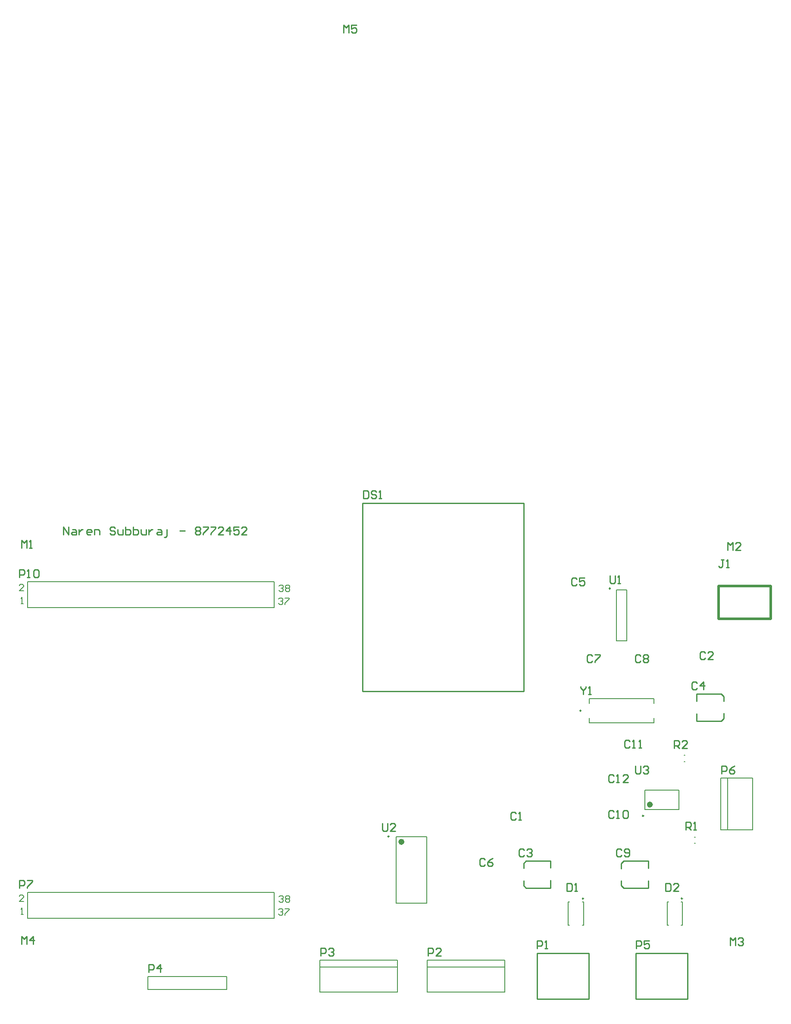
<source format=gto>
G04*
G04 #@! TF.GenerationSoftware,Altium Limited,Altium Designer,22.1.2 (22)*
G04*
G04 Layer_Color=65535*
%FSLAX25Y25*%
%MOIN*%
G70*
G04*
G04 #@! TF.SameCoordinates,7B21E419-2DB3-41AA-89A7-F06F8FB5CF2D*
G04*
G04*
G04 #@! TF.FilePolarity,Positive*
G04*
G01*
G75*
%ADD10C,0.00984*%
%ADD11C,0.02362*%
%ADD12C,0.00787*%
%ADD13C,0.01000*%
%ADD14C,0.01968*%
%ADD15C,0.00800*%
D10*
X476734Y319390D02*
G03*
X476734Y319390I-492J0D01*
G01*
X502425Y143795D02*
G03*
X502425Y143795I-492J0D01*
G01*
X454096Y225000D02*
G03*
X454096Y225000I-492J0D01*
G01*
X456004Y79909D02*
G03*
X456004Y79909I-492J0D01*
G01*
X532504Y79934D02*
G03*
X532504Y79934I-492J0D01*
G01*
X305579Y127847D02*
G03*
X305579Y127847I-492J0D01*
G01*
D11*
X508429Y152457D02*
G03*
X508429Y152457I-1181J0D01*
G01*
X316307Y123653D02*
G03*
X316307Y123653I-1181J0D01*
G01*
D12*
X26000Y64500D02*
X216600D01*
X26000Y84500D02*
X216600D01*
X26000Y64500D02*
Y84500D01*
X216600Y64500D02*
Y84500D01*
X481557Y278858D02*
Y318228D01*
X489431Y278858D02*
Y318228D01*
X481557D02*
X489431D01*
X481557Y278858D02*
X489431D01*
X503311Y148520D02*
X529689D01*
X503311Y163480D02*
X529689D01*
X503311Y148520D02*
Y163480D01*
X529689Y148520D02*
Y163480D01*
X541657Y127461D02*
X542445D01*
X541657Y122539D02*
X542445D01*
X119100Y19500D02*
X180000D01*
Y9500D02*
Y19500D01*
X172500Y9500D02*
X180000D01*
X119100D02*
X172500D01*
X119100D02*
Y19500D01*
X460494Y234252D02*
X510494D01*
X460494Y215748D02*
X510494D01*
Y230709D02*
Y234252D01*
Y215748D02*
Y219291D01*
X460494Y215748D02*
Y219291D01*
Y230709D02*
Y234252D01*
X455905Y59240D02*
Y77350D01*
X444095Y59240D02*
Y77350D01*
X454921D02*
X455905D01*
X454921Y59240D02*
X455905D01*
X444095Y77350D02*
X445079D01*
X444095Y59240D02*
X445079D01*
X216600Y304500D02*
Y324500D01*
X26000Y304500D02*
Y324500D01*
X216600D01*
X26000Y304500D02*
X216600D01*
X520595Y59265D02*
X521579D01*
X520595Y77375D02*
X521579D01*
X531421Y59265D02*
X532406D01*
X531421Y77375D02*
X532406D01*
X520595Y59265D02*
Y77375D01*
X532406Y59265D02*
Y77375D01*
X562200Y173000D02*
X586900D01*
Y133000D02*
Y173000D01*
X562200Y133000D02*
Y173000D01*
Y133000D02*
X586900D01*
X567500D02*
Y172900D01*
X533587Y190560D02*
X534374D01*
X533587Y185638D02*
X534374D01*
X395000Y7500D02*
Y32200D01*
X335000D02*
X395000D01*
X335000Y7500D02*
Y32200D01*
Y7500D02*
X395000D01*
X335000Y27000D02*
X395000D01*
X311189Y76410D02*
X334811D01*
X311189Y127591D02*
X334811D01*
Y76410D02*
Y127591D01*
X311189Y76410D02*
Y127591D01*
X312000Y7500D02*
Y32200D01*
X252000D02*
X312000D01*
X252000Y7500D02*
Y32200D01*
Y7500D02*
X312000D01*
X252000Y27000D02*
X312000D01*
D13*
X285100Y239800D02*
X409900D01*
X285100D02*
Y385400D01*
X409900D01*
Y239800D02*
Y385400D01*
X496500Y2300D02*
Y37700D01*
X536500D01*
Y2300D02*
Y37700D01*
X496500Y2300D02*
X536500D01*
X485183Y89866D02*
X487079Y87970D01*
X485183Y106940D02*
X487079Y108836D01*
X506049Y103403D02*
Y108836D01*
X487079D02*
X506049D01*
X487079Y87970D02*
X506049D01*
Y93738D01*
X485183Y89866D02*
Y93668D01*
Y103068D02*
Y106940D01*
X562537Y237902D02*
X564433Y236005D01*
X562537Y217035D02*
X564433Y218932D01*
X543567Y217035D02*
Y222468D01*
Y217035D02*
X562537D01*
X543567Y237902D02*
X562537D01*
X543567Y232133D02*
Y237902D01*
X564433Y232204D02*
Y236005D01*
Y218932D02*
Y222804D01*
X420000Y2300D02*
Y37700D01*
X460000D01*
Y2300D02*
Y37700D01*
X420000Y2300D02*
X460000D01*
X409667Y89931D02*
X411563Y88035D01*
X409667Y107006D02*
X411563Y108902D01*
X430533Y103469D02*
Y108902D01*
X411563D02*
X430533D01*
X411563Y88035D02*
X430533D01*
Y93804D01*
X409667Y89931D02*
Y93733D01*
Y103133D02*
Y107006D01*
X53607Y361126D02*
Y367124D01*
X57605Y361126D01*
Y367124D01*
X60604Y365125D02*
X62604D01*
X63603Y364125D01*
Y361126D01*
X60604D01*
X59605Y362126D01*
X60604Y363125D01*
X63603D01*
X65603Y365125D02*
Y361126D01*
Y363125D01*
X66602Y364125D01*
X67602Y365125D01*
X68602D01*
X74600Y361126D02*
X72601D01*
X71601Y362126D01*
Y364125D01*
X72601Y365125D01*
X74600D01*
X75599Y364125D01*
Y363125D01*
X71601D01*
X77599Y361126D02*
Y365125D01*
X80598D01*
X81598Y364125D01*
Y361126D01*
X93594Y366125D02*
X92594Y367124D01*
X90595D01*
X89595Y366125D01*
Y365125D01*
X90595Y364125D01*
X92594D01*
X93594Y363125D01*
Y362126D01*
X92594Y361126D01*
X90595D01*
X89595Y362126D01*
X95593Y365125D02*
Y362126D01*
X96593Y361126D01*
X99592D01*
Y365125D01*
X101591Y367124D02*
Y361126D01*
X104590D01*
X105590Y362126D01*
Y363125D01*
Y364125D01*
X104590Y365125D01*
X101591D01*
X107589Y367124D02*
Y361126D01*
X110588D01*
X111588Y362126D01*
Y363125D01*
Y364125D01*
X110588Y365125D01*
X107589D01*
X113587D02*
Y362126D01*
X114587Y361126D01*
X117586D01*
Y365125D01*
X119585D02*
Y361126D01*
Y363125D01*
X120585Y364125D01*
X121585Y365125D01*
X122584D01*
X126583D02*
X128582D01*
X129582Y364125D01*
Y361126D01*
X126583D01*
X125583Y362126D01*
X126583Y363125D01*
X129582D01*
X131581Y359127D02*
X132581D01*
X133581Y360126D01*
Y365125D01*
X143578Y364125D02*
X147576D01*
X155574Y366125D02*
X156573Y367124D01*
X158573D01*
X159572Y366125D01*
Y365125D01*
X158573Y364125D01*
X159572Y363125D01*
Y362126D01*
X158573Y361126D01*
X156573D01*
X155574Y362126D01*
Y363125D01*
X156573Y364125D01*
X155574Y365125D01*
Y366125D01*
X156573Y364125D02*
X158573D01*
X161572Y367124D02*
X165570D01*
Y366125D01*
X161572Y362126D01*
Y361126D01*
X167570Y367124D02*
X171568D01*
Y366125D01*
X167570Y362126D01*
Y361126D01*
X177567D02*
X173568D01*
X177567Y365125D01*
Y366125D01*
X176567Y367124D01*
X174567D01*
X173568Y366125D01*
X182565Y361126D02*
Y367124D01*
X179566Y364125D01*
X183565D01*
X189563Y367124D02*
X185564D01*
Y364125D01*
X187563Y365125D01*
X188563D01*
X189563Y364125D01*
Y362126D01*
X188563Y361126D01*
X186564D01*
X185564Y362126D01*
X195561Y361126D02*
X191562D01*
X195561Y365125D01*
Y366125D01*
X194561Y367124D01*
X192562D01*
X191562Y366125D01*
X119700Y22900D02*
Y28898D01*
X122699D01*
X123699Y27898D01*
Y25899D01*
X122699Y24899D01*
X119700D01*
X128697Y22900D02*
Y28898D01*
X125698Y25899D01*
X129697D01*
X453600Y243698D02*
Y242698D01*
X455599Y240699D01*
X457599Y242698D01*
Y243698D01*
X455599Y240699D02*
Y237700D01*
X459598D02*
X461597D01*
X460598D01*
Y243698D01*
X459598Y242698D01*
X496211Y182398D02*
Y177400D01*
X497211Y176400D01*
X499211D01*
X500210Y177400D01*
Y182398D01*
X502210Y181398D02*
X503209Y182398D01*
X505209D01*
X506208Y181398D01*
Y180399D01*
X505209Y179399D01*
X504209D01*
X505209D01*
X506208Y178399D01*
Y177400D01*
X505209Y176400D01*
X503209D01*
X502210Y177400D01*
X300400Y137898D02*
Y132900D01*
X301400Y131900D01*
X303399D01*
X304399Y132900D01*
Y137898D01*
X310397Y131900D02*
X306398D01*
X310397Y135899D01*
Y136898D01*
X309397Y137898D01*
X307398D01*
X306398Y136898D01*
X476501Y329399D02*
Y324401D01*
X477501Y323401D01*
X479500D01*
X480500Y324401D01*
Y329399D01*
X482499Y323401D02*
X484499D01*
X483499D01*
Y329399D01*
X482499Y328399D01*
X526000Y196100D02*
Y202098D01*
X528999D01*
X529999Y201098D01*
Y199099D01*
X528999Y198099D01*
X526000D01*
X527999D02*
X529999Y196100D01*
X535997D02*
X531998D01*
X535997Y200099D01*
Y201098D01*
X534997Y202098D01*
X532998D01*
X531998Y201098D01*
X535100Y133055D02*
Y139053D01*
X538099D01*
X539098Y138053D01*
Y136054D01*
X538099Y135054D01*
X535100D01*
X537099D02*
X539098Y133055D01*
X541098D02*
X543097D01*
X542098D01*
Y139053D01*
X541098Y138053D01*
X19900Y327900D02*
Y333898D01*
X22899D01*
X23899Y332898D01*
Y330899D01*
X22899Y329899D01*
X19900D01*
X25898Y327900D02*
X27897D01*
X26898D01*
Y333898D01*
X25898Y332898D01*
X30896D02*
X31896Y333898D01*
X33895D01*
X34895Y332898D01*
Y328900D01*
X33895Y327900D01*
X31896D01*
X30896Y328900D01*
Y332898D01*
X19900Y87900D02*
Y93898D01*
X22899D01*
X23899Y92898D01*
Y90899D01*
X22899Y89899D01*
X19900D01*
X25898Y93898D02*
X29897D01*
Y92898D01*
X25898Y88900D01*
Y87900D01*
X562800Y176400D02*
Y182398D01*
X565799D01*
X566799Y181398D01*
Y179399D01*
X565799Y178399D01*
X562800D01*
X572797Y182398D02*
X570797Y181398D01*
X568798Y179399D01*
Y177400D01*
X569798Y176400D01*
X571797D01*
X572797Y177400D01*
Y178399D01*
X571797Y179399D01*
X568798D01*
X496600Y41200D02*
Y47198D01*
X499599D01*
X500599Y46198D01*
Y44199D01*
X499599Y43199D01*
X496600D01*
X506597Y47198D02*
X502598D01*
Y44199D01*
X504597Y45199D01*
X505597D01*
X506597Y44199D01*
Y42200D01*
X505597Y41200D01*
X503598D01*
X502598Y42200D01*
X252600Y35600D02*
Y41598D01*
X255599D01*
X256599Y40598D01*
Y38599D01*
X255599Y37599D01*
X252600D01*
X258598Y40598D02*
X259598Y41598D01*
X261597D01*
X262597Y40598D01*
Y39599D01*
X261597Y38599D01*
X260597D01*
X261597D01*
X262597Y37599D01*
Y36600D01*
X261597Y35600D01*
X259598D01*
X258598Y36600D01*
X335600Y35600D02*
Y41598D01*
X338599D01*
X339599Y40598D01*
Y38599D01*
X338599Y37599D01*
X335600D01*
X345597Y35600D02*
X341598D01*
X345597Y39599D01*
Y40598D01*
X344597Y41598D01*
X342598D01*
X341598Y40598D01*
X420100Y41200D02*
Y47198D01*
X423099D01*
X424099Y46198D01*
Y44199D01*
X423099Y43199D01*
X420100D01*
X426098Y41200D02*
X428097D01*
X427098D01*
Y47198D01*
X426098Y46198D01*
X564499Y341598D02*
X562499D01*
X563499D01*
Y336600D01*
X562499Y335600D01*
X561500D01*
X560500Y336600D01*
X566498Y335600D02*
X568497D01*
X567498D01*
Y341598D01*
X566498Y340598D01*
X285600Y395098D02*
Y389100D01*
X288599D01*
X289599Y390100D01*
Y394098D01*
X288599Y395098D01*
X285600D01*
X295597Y394098D02*
X294597Y395098D01*
X292598D01*
X291598Y394098D01*
Y393099D01*
X292598Y392099D01*
X294597D01*
X295597Y391099D01*
Y390100D01*
X294597Y389100D01*
X292598D01*
X291598Y390100D01*
X297596Y389100D02*
X299595D01*
X298596D01*
Y395098D01*
X297596Y394098D01*
X519500Y91598D02*
Y85600D01*
X522499D01*
X523499Y86600D01*
Y90598D01*
X522499Y91598D01*
X519500D01*
X529497Y85600D02*
X525498D01*
X529497Y89599D01*
Y90598D01*
X528497Y91598D01*
X526498D01*
X525498Y90598D01*
X443000Y91598D02*
Y85600D01*
X445999D01*
X446999Y86600D01*
Y90598D01*
X445999Y91598D01*
X443000D01*
X448998Y85600D02*
X450997D01*
X449998D01*
Y91598D01*
X448998Y90598D01*
X479499Y174698D02*
X478499Y175698D01*
X476500D01*
X475500Y174698D01*
Y170700D01*
X476500Y169700D01*
X478499D01*
X479499Y170700D01*
X481498Y169700D02*
X483497D01*
X482498D01*
Y175698D01*
X481498Y174698D01*
X490495Y169700D02*
X486496D01*
X490495Y173699D01*
Y174698D01*
X489496Y175698D01*
X487496D01*
X486496Y174698D01*
X491699Y201298D02*
X490699Y202298D01*
X488700D01*
X487700Y201298D01*
Y197300D01*
X488700Y196300D01*
X490699D01*
X491699Y197300D01*
X493698Y196300D02*
X495697D01*
X494698D01*
Y202298D01*
X493698Y201298D01*
X498696Y196300D02*
X500696D01*
X499696D01*
Y202298D01*
X498696Y201298D01*
X479499Y146999D02*
X478499Y147999D01*
X476500D01*
X475500Y146999D01*
Y143001D01*
X476500Y142001D01*
X478499D01*
X479499Y143001D01*
X481498Y142001D02*
X483497D01*
X482498D01*
Y147999D01*
X481498Y146999D01*
X486496D02*
X487496Y147999D01*
X489496D01*
X490495Y146999D01*
Y143001D01*
X489496Y142001D01*
X487496D01*
X486496Y143001D01*
Y146999D01*
X485499Y117298D02*
X484499Y118298D01*
X482500D01*
X481500Y117298D01*
Y113300D01*
X482500Y112300D01*
X484499D01*
X485499Y113300D01*
X487498D02*
X488498Y112300D01*
X490497D01*
X491497Y113300D01*
Y117298D01*
X490497Y118298D01*
X488498D01*
X487498Y117298D01*
Y116299D01*
X488498Y115299D01*
X491497D01*
X500199Y267198D02*
X499199Y268198D01*
X497200D01*
X496200Y267198D01*
Y263200D01*
X497200Y262200D01*
X499199D01*
X500199Y263200D01*
X502198Y267198D02*
X503198Y268198D01*
X505197D01*
X506197Y267198D01*
Y266199D01*
X505197Y265199D01*
X506197Y264199D01*
Y263200D01*
X505197Y262200D01*
X503198D01*
X502198Y263200D01*
Y264199D01*
X503198Y265199D01*
X502198Y266199D01*
Y267198D01*
X503198Y265199D02*
X505197D01*
X462799Y267198D02*
X461799Y268198D01*
X459800D01*
X458800Y267198D01*
Y263200D01*
X459800Y262200D01*
X461799D01*
X462799Y263200D01*
X464798Y268198D02*
X468797D01*
Y267198D01*
X464798Y263200D01*
Y262200D01*
X379799Y109898D02*
X378799Y110898D01*
X376800D01*
X375800Y109898D01*
Y105900D01*
X376800Y104900D01*
X378799D01*
X379799Y105900D01*
X385797Y110898D02*
X383797Y109898D01*
X381798Y107899D01*
Y105900D01*
X382798Y104900D01*
X384797D01*
X385797Y105900D01*
Y106899D01*
X384797Y107899D01*
X381798D01*
X450799Y326498D02*
X449799Y327498D01*
X447800D01*
X446800Y326498D01*
Y322500D01*
X447800Y321500D01*
X449799D01*
X450799Y322500D01*
X456797Y327498D02*
X452798D01*
Y324499D01*
X454797Y325499D01*
X455797D01*
X456797Y324499D01*
Y322500D01*
X455797Y321500D01*
X453798D01*
X452798Y322500D01*
X543899Y246398D02*
X542899Y247398D01*
X540900D01*
X539900Y246398D01*
Y242400D01*
X540900Y241400D01*
X542899D01*
X543899Y242400D01*
X548897Y241400D02*
Y247398D01*
X545898Y244399D01*
X549897D01*
X409999Y117398D02*
X408999Y118398D01*
X407000D01*
X406000Y117398D01*
Y113400D01*
X407000Y112400D01*
X408999D01*
X409999Y113400D01*
X411998Y117398D02*
X412998Y118398D01*
X414997D01*
X415997Y117398D01*
Y116399D01*
X414997Y115399D01*
X413997D01*
X414997D01*
X415997Y114399D01*
Y113400D01*
X414997Y112400D01*
X412998D01*
X411998Y113400D01*
X549999Y269698D02*
X548999Y270698D01*
X547000D01*
X546000Y269698D01*
Y265700D01*
X547000Y264700D01*
X548999D01*
X549999Y265700D01*
X555997Y264700D02*
X551998D01*
X555997Y268699D01*
Y269698D01*
X554997Y270698D01*
X552998D01*
X551998Y269698D01*
X403899Y145698D02*
X402899Y146698D01*
X400900D01*
X399900Y145698D01*
Y141700D01*
X400900Y140700D01*
X402899D01*
X403899Y141700D01*
X405898Y140700D02*
X407897D01*
X406898D01*
Y146698D01*
X405898Y145698D01*
X270300Y748700D02*
Y754698D01*
X272299Y752699D01*
X274299Y754698D01*
Y748700D01*
X280297Y754698D02*
X276298D01*
Y751699D01*
X278297Y752699D01*
X279297D01*
X280297Y751699D01*
Y749700D01*
X279297Y748700D01*
X277298D01*
X276298Y749700D01*
X21500Y350500D02*
Y356498D01*
X23499Y354499D01*
X25499Y356498D01*
Y350500D01*
X27498D02*
X29497D01*
X28498D01*
Y356498D01*
X27498Y355498D01*
X567500Y349000D02*
Y354998D01*
X569499Y352999D01*
X571499Y354998D01*
Y349000D01*
X577497D02*
X573498D01*
X577497Y352999D01*
Y353998D01*
X576497Y354998D01*
X574498D01*
X573498Y353998D01*
X569500Y43500D02*
Y49498D01*
X571499Y47499D01*
X573499Y49498D01*
Y43500D01*
X575498Y48498D02*
X576498Y49498D01*
X578497D01*
X579497Y48498D01*
Y47499D01*
X578497Y46499D01*
X577497D01*
X578497D01*
X579497Y45499D01*
Y44500D01*
X578497Y43500D01*
X576498D01*
X575498Y44500D01*
X21500Y44500D02*
Y50498D01*
X23499Y48499D01*
X25499Y50498D01*
Y44500D01*
X30497D02*
Y50498D01*
X27498Y47499D01*
X31497D01*
D14*
X560472Y321457D02*
X600827D01*
X560472Y295866D02*
Y321457D01*
Y295866D02*
X600827D01*
Y321457D01*
D15*
X220500Y81165D02*
X221333Y81998D01*
X222999D01*
X223832Y81165D01*
Y80332D01*
X222999Y79499D01*
X222166D01*
X222999D01*
X223832Y78666D01*
Y77833D01*
X222999Y77000D01*
X221333D01*
X220500Y77833D01*
X225498Y81165D02*
X226331Y81998D01*
X227998D01*
X228831Y81165D01*
Y80332D01*
X227998Y79499D01*
X228831Y78666D01*
Y77833D01*
X227998Y77000D01*
X226331D01*
X225498Y77833D01*
Y78666D01*
X226331Y79499D01*
X225498Y80332D01*
Y81165D01*
X226331Y79499D02*
X227998D01*
X220100Y71265D02*
X220933Y72098D01*
X222599D01*
X223432Y71265D01*
Y70432D01*
X222599Y69599D01*
X221766D01*
X222599D01*
X223432Y68766D01*
Y67933D01*
X222599Y67100D01*
X220933D01*
X220100Y67933D01*
X225098Y72098D02*
X228431D01*
Y71265D01*
X225098Y67933D01*
Y67100D01*
X21000Y67500D02*
X22666D01*
X21833D01*
Y72498D01*
X21000Y71665D01*
X23032Y77600D02*
X19700D01*
X23032Y80932D01*
Y81765D01*
X22199Y82598D01*
X20533D01*
X19700Y81765D01*
X23032Y317600D02*
X19700D01*
X23032Y320932D01*
Y321765D01*
X22199Y322598D01*
X20533D01*
X19700Y321765D01*
X21000Y307500D02*
X22666D01*
X21833D01*
Y312498D01*
X21000Y311665D01*
X220100Y311265D02*
X220933Y312098D01*
X222599D01*
X223432Y311265D01*
Y310432D01*
X222599Y309599D01*
X221766D01*
X222599D01*
X223432Y308766D01*
Y307933D01*
X222599Y307100D01*
X220933D01*
X220100Y307933D01*
X225098Y312098D02*
X228431D01*
Y311265D01*
X225098Y307933D01*
Y307100D01*
X220500Y321165D02*
X221333Y321998D01*
X222999D01*
X223832Y321165D01*
Y320332D01*
X222999Y319499D01*
X222166D01*
X222999D01*
X223832Y318666D01*
Y317833D01*
X222999Y317000D01*
X221333D01*
X220500Y317833D01*
X225498Y321165D02*
X226331Y321998D01*
X227998D01*
X228831Y321165D01*
Y320332D01*
X227998Y319499D01*
X228831Y318666D01*
Y317833D01*
X227998Y317000D01*
X226331D01*
X225498Y317833D01*
Y318666D01*
X226331Y319499D01*
X225498Y320332D01*
Y321165D01*
X226331Y319499D02*
X227998D01*
M02*

</source>
